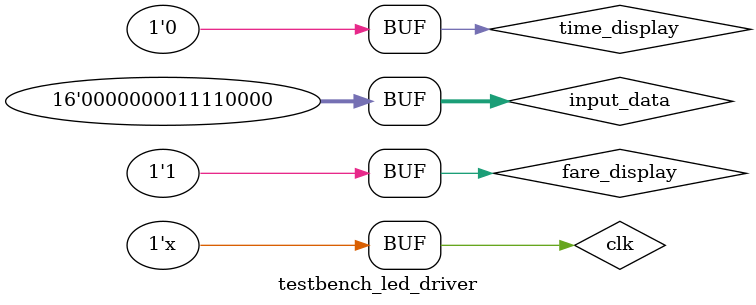
<source format=v>
`include "global_define.v"

module testbench_led_driver();

reg clk;
reg[15:0] input_data;
wire[3:0] output_selector;
wire[7:0] output_data;
reg time_display, fare_display;

led_driver instance_led_driver(
    .input_data(input_data),
    .clk(clk),
    .is_time_display(time_display),
    .is_fare_display(fare_display),
    .led_selector(output_selector),
    .led_data(output_data)
);

always begin
    #1;
    clk <= ~clk;
end

initial begin
    clk <= 1'b1;
    time_display <= 1'b0;
    fare_display <= 1'b0;
    #4;

    input_data <= 16'b0101_0110_0111_1110;
    #8;

    input_data <= 16'd0 << 4;
    #8;
    input_data <= 16'd1 << 4;
    #8;
    input_data <= 16'd2 << 4;
    #8;
    input_data <= 16'd3 << 4;
    #8;
    input_data <= 16'd4 << 4;
    #8;
    input_data <= 16'd5 << 4;
    #8;
    input_data <= 16'd6 << 4;
    #8;
    input_data <= 16'd7 << 4;
    #8;
    input_data <= 16'd8 << 4;
    #8;
    input_data <= 16'd9 << 4;
    #8;
    input_data <= 16'd10 << 4;
    #8;
    input_data <= 16'd11 << 4;
    #8;
    input_data <= 16'd12 << 4;
    #8;
    input_data <= 16'd13 << 4;
    #8;
    input_data <= 16'd14 << 4;
    #8;
    input_data <= 16'd15 << 4;
    #8;

    fare_display <= 1'b1;

    input_data <= 16'd0 << 4;
    #8;
    input_data <= 16'd1 << 4;
    #8;
    input_data <= 16'd2 << 4;
    #8;
    input_data <= 16'd3 << 4;
    #8;
    input_data <= 16'd4 << 4;
    #8;
    input_data <= 16'd5 << 4;
    #8;
    input_data <= 16'd6 << 4;
    #8;
    input_data <= 16'd7 << 4;
    #8;
    input_data <= 16'd8 << 4;
    #8;
    input_data <= 16'd9 << 4;
    #8;
    input_data <= 16'd10 << 4;
    #8;
    input_data <= 16'd11 << 4;
    #8;
    input_data <= 16'd12 << 4;
    #8;
    input_data <= 16'd13 << 4;
    #8;
    input_data <= 16'd14 << 4;
    #8;
    input_data <= 16'd15 << 4;
    #8;
end

endmodule
</source>
